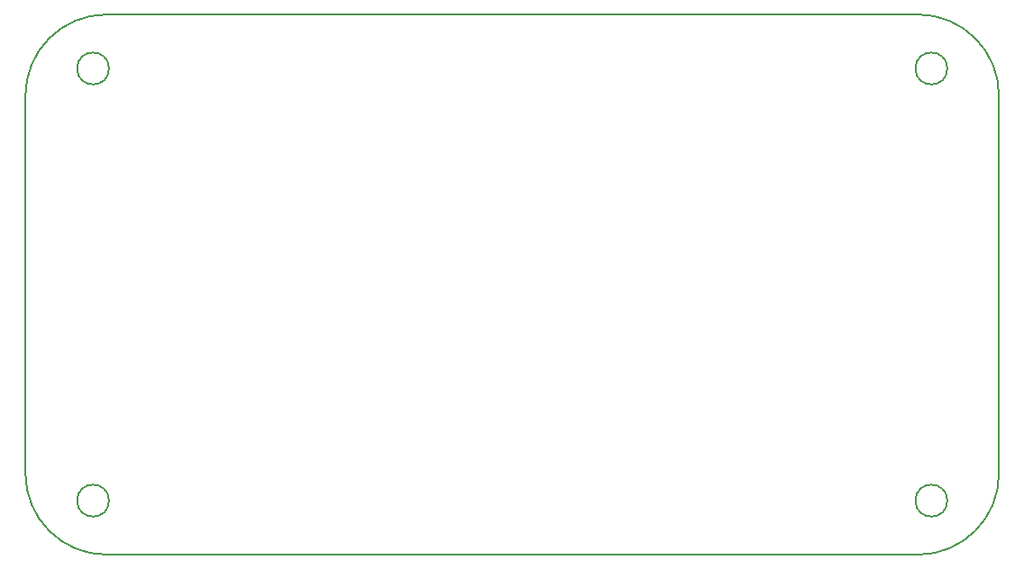
<source format=gbr>
%TF.GenerationSoftware,KiCad,Pcbnew,(6.0.7)*%
%TF.CreationDate,2022-10-24T07:09:43-06:00*%
%TF.ProjectId,AltoidsPCB,416c746f-6964-4735-9043-422e6b696361,rev?*%
%TF.SameCoordinates,Original*%
%TF.FileFunction,Profile,NP*%
%FSLAX46Y46*%
G04 Gerber Fmt 4.6, Leading zero omitted, Abs format (unit mm)*
G04 Created by KiCad (PCBNEW (6.0.7)) date 2022-10-24 07:09:43*
%MOMM*%
%LPD*%
G01*
G04 APERTURE LIST*
%TA.AperFunction,Profile*%
%ADD10C,0.150000*%
%TD*%
%TA.AperFunction,Profile*%
%ADD11C,0.200000*%
%TD*%
G04 APERTURE END LIST*
D10*
X179300000Y-104140000D02*
G75*
G03*
X179300000Y-104140000I-1500000J0D01*
G01*
X179300000Y-63500000D02*
G75*
G03*
X179300000Y-63500000I-1500000J0D01*
G01*
X100560000Y-63500000D02*
G75*
G03*
X100560000Y-63500000I-1500000J0D01*
G01*
X100560000Y-104140000D02*
G75*
G03*
X100560000Y-104140000I-1500000J0D01*
G01*
X92710000Y-101600000D02*
G75*
G03*
X100330000Y-109220000I7620000J0D01*
G01*
X176530000Y-109220000D02*
G75*
G03*
X184150000Y-101600000I0J7620000D01*
G01*
X184150000Y-66040000D02*
G75*
G03*
X176530000Y-58420000I-7620000J0D01*
G01*
D11*
X100330000Y-58420000D02*
G75*
G03*
X92710000Y-66040000I0J-7620000D01*
G01*
D10*
X92710000Y-101600000D02*
X92710000Y-66040000D01*
X176530000Y-109220000D02*
X100330000Y-109220000D01*
X184150000Y-66040000D02*
X184150000Y-101600000D01*
X100330000Y-58420000D02*
X176530000Y-58420000D01*
M02*

</source>
